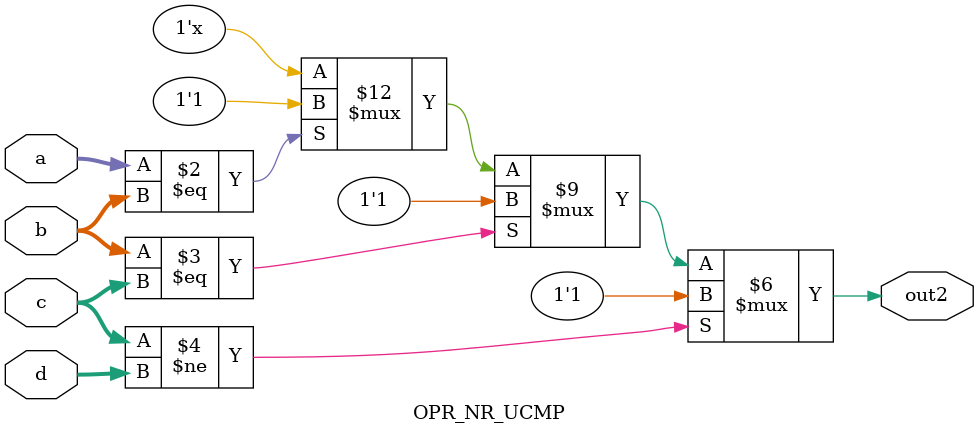
<source format=v>
module OPR_NR_UCMP (a, b, c, d, out2);
   input [3:0] a;
   input [1:0] b;
   input [1:0] c;
   input [4:0] d;
   output out2;
   reg out1;
   reg out2;
   always @(a or b or c or d)
   begin if (a == b) out2 = 1'b1;
      if (b == c) out2 = 1'b1;
      if (c != d) out2 = 1'b1;
   end
endmodule

</source>
